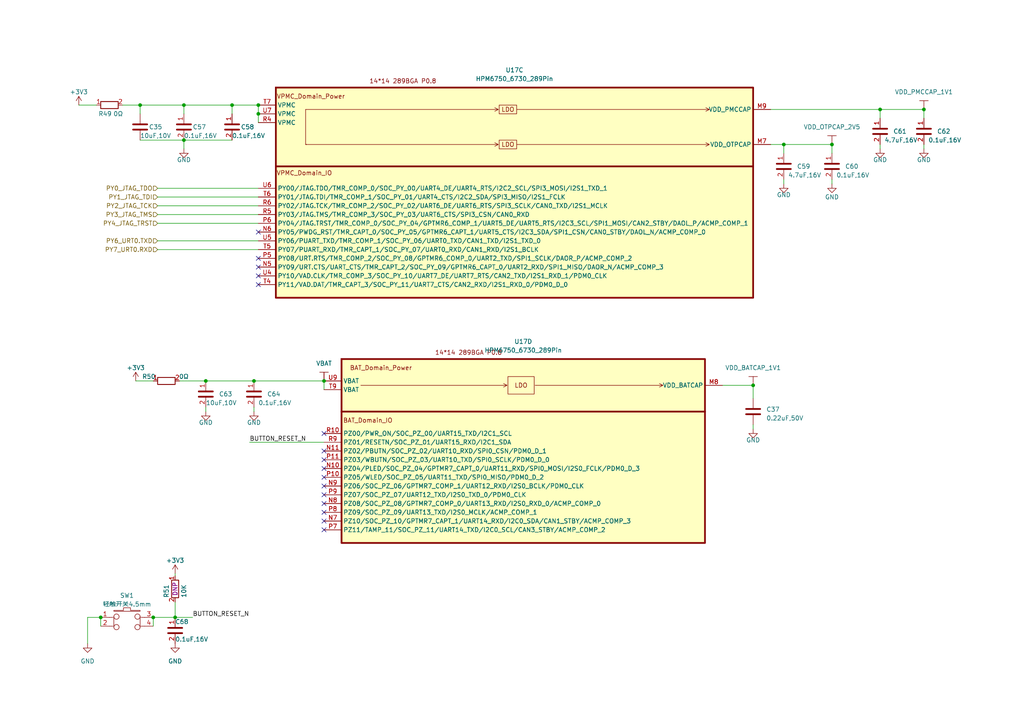
<source format=kicad_sch>
(kicad_sch (version 20230121) (generator eeschema)
  (paper "A4")
  (junction (at 53.34 30.48))
  (junction (at 218.44 111.76))
  (junction (at 255.27 31.75))
  (junction (at 29.21 179.07))
  (junction (at 267.97 31.75))
  (junction (at 67.31 30.48))
  (junction (at 59.69 110.49))
  (junction (at 241.3 41.91))
  (junction (at 74.93 33.02))
  (junction (at 73.66 110.49))
  (junction (at 227.33 41.91))
  (junction (at 74.93 30.48))
  (junction (at 44.45 179.07))
  (junction (at 53.34 40.64))
  (junction (at 50.8 179.07))
  (junction (at 40.64 30.48))
  (junction (at 93.98 110.49))
  (no_connect (at 93.98 138.43))
  (no_connect (at 74.93 77.47))
  (no_connect (at 93.98 125.73))
  (no_connect (at 93.98 146.05))
  (no_connect (at 74.93 82.55))
  (no_connect (at 74.93 67.31))
  (no_connect (at 93.98 140.97))
  (no_connect (at 93.98 151.13))
  (no_connect (at 74.93 80.01))
  (no_connect (at 93.98 135.89))
  (no_connect (at 93.98 153.67))
  (no_connect (at 74.93 74.93))
  (no_connect (at 93.98 133.35))
  (no_connect (at 93.98 148.59))
  (no_connect (at 93.98 143.51))
  (no_connect (at 93.98 130.81))
  (wire (pts (xy 40.64 40.64) (xy 53.34 40.64)))
  (wire (pts (xy 45.72 54.61) (xy 74.93 54.61)))
  (wire (pts (xy 53.34 40.64) (xy 53.34 43.18)))
  (wire (pts (xy 29.21 179.07) (xy 29.21 181.61)))
  (wire (pts (xy 241.3 52.07) (xy 241.3 53.34)))
  (wire (pts (xy 22.86 30.48) (xy 27.94 30.48)))
  (wire (pts (xy 25.4 179.07) (xy 25.4 186.69)))
  (wire (pts (xy 73.66 118.11) (xy 73.66 119.38)))
  (wire (pts (xy 255.27 41.91) (xy 255.27 43.18)))
  (wire (pts (xy 223.52 31.75) (xy 255.27 31.75)))
  (wire (pts (xy 45.72 72.39) (xy 74.93 72.39)))
  (wire (pts (xy 223.52 41.91) (xy 227.33 41.91)))
  (wire (pts (xy 72.39 128.27) (xy 93.98 128.27)))
  (wire (pts (xy 53.34 30.48) (xy 67.31 30.48)))
  (wire (pts (xy 45.72 62.23) (xy 74.93 62.23)))
  (wire (pts (xy 209.55 111.76) (xy 218.44 111.76)))
  (wire (pts (xy 241.3 44.45) (xy 241.3 41.91)))
  (wire (pts (xy 44.45 179.07) (xy 44.45 181.61)))
  (wire (pts (xy 59.69 118.11) (xy 59.69 119.38)))
  (wire (pts (xy 45.72 59.69) (xy 74.93 59.69)))
  (wire (pts (xy 53.34 30.48) (xy 53.34 33.02)))
  (wire (pts (xy 67.31 30.48) (xy 74.93 30.48)))
  (wire (pts (xy 255.27 31.75) (xy 267.97 31.75)))
  (wire (pts (xy 74.93 33.02) (xy 74.93 35.56)))
  (wire (pts (xy 25.4 179.07) (xy 29.21 179.07)))
  (wire (pts (xy 50.8 174.625) (xy 50.8 179.07)))
  (wire (pts (xy 74.93 30.48) (xy 74.93 33.02)))
  (wire (pts (xy 59.69 110.49) (xy 73.66 110.49)))
  (wire (pts (xy 218.44 123.19) (xy 218.44 124.46)))
  (wire (pts (xy 73.66 110.49) (xy 93.98 110.49)))
  (wire (pts (xy 39.37 110.49) (xy 44.45 110.49)))
  (wire (pts (xy 218.44 111.76) (xy 218.44 115.57)))
  (wire (pts (xy 40.64 30.48) (xy 53.34 30.48)))
  (wire (pts (xy 93.98 110.49) (xy 93.98 113.03)))
  (wire (pts (xy 227.33 41.91) (xy 227.33 44.45)))
  (wire (pts (xy 45.72 57.15) (xy 74.93 57.15)))
  (wire (pts (xy 44.45 179.07) (xy 50.8 179.07)))
  (wire (pts (xy 45.72 69.85) (xy 74.93 69.85)))
  (wire (pts (xy 267.97 31.75) (xy 267.97 34.29)))
  (wire (pts (xy 67.31 40.64) (xy 53.34 40.64)))
  (wire (pts (xy 52.07 110.49) (xy 59.69 110.49)))
  (wire (pts (xy 227.33 52.07) (xy 227.33 53.34)))
  (wire (pts (xy 50.8 166.37) (xy 50.8 167.005)))
  (wire (pts (xy 50.8 179.07) (xy 55.88 179.07)))
  (wire (pts (xy 40.64 30.48) (xy 40.64 33.02)))
  (wire (pts (xy 255.27 31.75) (xy 255.27 34.29)))
  (wire (pts (xy 67.31 30.48) (xy 67.31 33.02)))
  (wire (pts (xy 267.97 41.91) (xy 267.97 43.18)))
  (wire (pts (xy 35.56 30.48) (xy 40.64 30.48)))
  (wire (pts (xy 45.72 64.77) (xy 74.93 64.77)))
  (wire (pts (xy 227.33 41.91) (xy 241.3 41.91)))
  (label "BUTTON_RESET_N" (at 55.88 179.07 0))
  (label "BUTTON_RESET_N" (at 72.39 128.27 0))
  (hierarchical_label "PY6_URT0.TXD" (shape input) (at 45.72 69.85 180))
  (hierarchical_label "PY3_JTAG_TMS" (shape input) (at 45.72 62.23 180))
  (hierarchical_label "PY2_JTAG_TCK" (shape input) (at 45.72 59.69 180))
  (hierarchical_label "PY4_JTAG_TRST" (shape input) (at 45.72 64.77 180))
  (hierarchical_label "PY7_URT0.RXD" (shape input) (at 45.72 72.39 180))
  (hierarchical_label "PY0_JTAG_TDO" (shape input) (at 45.72 54.61 180))
  (hierarchical_label "PY1_JTAG_TDI" (shape input) (at 45.72 57.15 180))
  (symbol (lib_name "VDD_PMCCAP_1V1_1") (lib_id "hpm_power:VDD_PMCCAP_1V1") (at 267.97 31.75 0) (unit 1) (in_bom no) (on_board no)
    (property "Reference" "#PWR0121" (effects hide))
    (property "Value" "VDD_PMCCAP_1V1" (at 267.97 26.67 0))
    (instances (project "HPM6750_ADC_EVK_RevA" (path "" (reference "#PWR0121") (unit 1))) (project "EVK_REVC" (path "" (reference "#PWR0162") (unit 1))))
  )
  (symbol (lib_name "0Ω_1") (lib_id "02_HPM_Resis:0Ω") (at 31.75 30.48 0) (unit 1)
    (property "Reference" "R49" (at 30.48 33.02 0))
    (property "Value" "0Ω" (at 34.29 33.02 0))
    (property "Footprint" "02_HPM_Resis:R_0603_1608Metric" (effects hide))
    (instances (project "HPM6750_ADC_EVK_RevA" (path "" (reference "R49") (unit 1))) (project "EVK_REVC" (path "" (reference "R446") (unit 1))))
  )
  (symbol (lib_id "03_HPM_CAP:10uF,10V") (at 40.64 36.83 0) (unit 1)
    (property "Reference" "C35" (at 43.18 36.83 0) (effects (justify left)))
    (property "Value" "10uF,10V" (at 40.64 39.37 0) (effects (justify left)))
    (property "Footprint" "03_HPM_CAP:C_0402_1005Metric" (effects hide))
    (instances (project "HPM6750_ADC_EVK_RevA" (path "" (reference "C35") (unit 1)) (path "" (reference "C67") (unit 1))))
  )
  (symbol (lib_id "power:GND") (at 73.66 119.38 0) (unit 1)
    (property "Reference" "#PWR0125" (effects hide))
    (property "Value" "GND" (at 73.66 122.555 0))
    (instances (project "HPM6750_ADC_EVK_RevA" (path "" (reference "#PWR0125") (unit 1))) (project "EVK_REVC" (path "" (reference "#PWR0170") (unit 1))))
  )
  (symbol (lib_id "power:GND") (at 50.8 186.69 0) (unit 1)
    (property "Reference" "#PWR0132" (effects hide))
    (property "Value" "GND" (at 50.8 191.77 0))
    (instances (project "HPM6750_ADC_EVK_RevA" (path "" (reference "#PWR0132") (unit 1))) (project "EVK_REVC" (path "" (reference "#PWR0205") (unit 1))))
  )
  (symbol (lib_id "power:GND") (at 218.44 124.46 0) (unit 1)
    (property "Reference" "#PWR0127" (effects hide))
    (property "Value" "GND" (at 218.44 127.635 0))
    (instances (project "HPM6750_ADC_EVK_RevA" (path "" (reference "#PWR0127") (unit 1))) (project "EVK_REVC" (path "" (reference "#PWR0171") (unit 1))))
  )
  (symbol (lib_id "power:GND") (at 241.3 53.34 0) (unit 1)
    (property "Reference" "#PWR0119" (effects hide))
    (property "Value" "GND" (at 241.3 57.15 0))
    (instances (project "HPM6750_ADC_EVK_RevA" (path "" (reference "#PWR0119") (unit 1))) (project "EVK_REVC" (path "" (reference "#PWR0160") (unit 1))))
  )
  (symbol (lib_id "03_HPM_CAP:10uF,16V") (at 59.69 114.3 0) (unit 1)
    (property "Reference" "C63" (at 63.5 114.3 0) (effects (justify left)))
    (property "Value" "10uF,10V" (at 59.69 116.84 0) (effects (justify left)))
    (property "Footprint" "03_HPM_CAP:C_0402_1005Metric" (effects hide))
    (instances (project "HPM6750_ADC_EVK_RevA" (path "" (reference "C63") (unit 1))) (project "EVK_REVC" (path "" (reference "C30") (unit 1))))
  )
  (symbol (lib_id "power:+3V3") (at 50.8 166.37 0) (unit 1)
    (property "Reference" "#PWR049" (effects hide))
    (property "Value" "+3V3" (at 50.8 162.56 0))
    (instances (project "HPM6750_ADC_EVK_RevA" (path "" (reference "#PWR049") (unit 1)) (path "" (reference "#PWR0131") (unit 1))))
  )
  (symbol (lib_id "hpm_power:VBAT") (at 93.98 110.49 0) (unit 1) (in_bom no) (on_board no)
    (property "Reference" "#PWR0126" (effects hide))
    (property "Value" "VBAT" (at 93.98 105.41 0))
    (instances (project "HPM6750_ADC_EVK_RevA" (path "" (reference "#PWR0126") (unit 1))) (project "EVK_REVC" (path "" (reference "#PWR0167") (unit 1))))
  )
  (symbol (lib_id "03_HPM_CAP:0.1uF,16V") (at 73.66 114.3 0) (unit 1)
    (property "Reference" "C64" (at 77.47 114.3 0) (effects (justify left)))
    (property "Value" "0.1uF,16V" (at 74.93 116.84 0) (effects (justify left)))
    (property "Footprint" "03_HPM_CAP:C_0402_1005Metric" (effects hide))
    (instances (project "HPM6750_ADC_EVK_RevA" (path "" (reference "C64") (unit 1))) (project "EVK_REVC" (path "" (reference "C31") (unit 1))))
  )
  (symbol (lib_id "02_HPM_Resis:0Ω") (at 48.26 110.49 0) (unit 1)
    (property "Reference" "R50" (at 43.18 109.22 0))
    (property "Value" "0Ω" (at 53.34 109.22 0))
    (property "Footprint" "02_HPM_Resis:R_0402_1005Metric" (effects hide))
    (instances (project "HPM6750_ADC_EVK_RevA" (path "" (reference "R50") (unit 1))) (project "EVK_REVC" (path "" (reference "R447") (unit 1))))
  )
  (symbol (lib_name "0.1uF,16V_2") (lib_id "03_HPM_CAP:0.1uF,16V") (at 67.31 36.83 0) (unit 1)
    (property "Reference" "C58" (at 69.85 36.83 0) (effects (justify left)))
    (property "Value" "0.1uF,16V" (at 67.31 39.37 0) (effects (justify left)))
    (property "Footprint" "03_HPM_CAP:C_0402_1005Metric" (effects hide))
    (instances (project "HPM6750_ADC_EVK_RevA" (path "" (reference "C58") (unit 1))) (project "EVK_REVC" (path "" (reference "C38") (unit 1))))
  )
  (symbol (lib_id "0_HPM6000_Library:HPM6750_6730_289Pin") (at 99.06 104.14 0) (unit 4)
    (property "Reference" "U17" (at 151.765 99.06 0))
    (property "Value" "HPM6750_6730_289Pin" (at 151.765 101.6 0))
    (property "Footprint" "0_HPM6000_Library:BGA-289_17x17_14.0x14.0mm" (effects hide))
  )
  (symbol (lib_id "power:+3V3") (at 39.37 110.49 0) (unit 1)
    (property "Reference" "#PWR049" (effects hide))
    (property "Value" "+3V3" (at 39.37 106.68 0))
    (instances (project "HPM6750_ADC_EVK_RevA" (path "" (reference "#PWR049") (unit 1)) (path "" (reference "#PWR0123") (unit 1))))
  )
  (symbol (lib_name "4.7uF,10V_1") (lib_id "03_HPM_CAP:4.7uF,10V") (at 227.33 48.26 0) (unit 1)
    (property "Reference" "C59" (at 231.14 48.26 0) (effects (justify left)))
    (property "Value" "4.7uF,16V" (at 228.6 50.8 0) (effects (justify left)))
    (property "Footprint" "03_HPM_CAP:C_0402_1005Metric" (effects hide))
    (instances (project "HPM6750_ADC_EVK_RevA" (path "" (reference "C59") (unit 1))) (project "EVK_REVC" (path "" (reference "C41") (unit 1))))
  )
  (symbol (lib_id "power:GND") (at 59.69 119.38 0) (unit 1)
    (property "Reference" "#PWR0124" (effects hide))
    (property "Value" "GND" (at 59.69 122.555 0))
    (instances (project "HPM6750_ADC_EVK_RevA" (path "" (reference "#PWR0124") (unit 1))) (project "EVK_REVC" (path "" (reference "#PWR0169") (unit 1))))
  )
  (symbol (lib_id "hpm_power:VDD_OTPCAP_2V5") (at 241.3 41.91 0) (unit 1) (in_bom no) (on_board no)
    (property "Reference" "#PWR0118" (effects hide))
    (property "Value" "VDD_OTPCAP_2V5" (at 241.3 36.83 0))
    (instances (project "HPM6750_ADC_EVK_RevA" (path "" (reference "#PWR0118") (unit 1))) (project "EVK_REVC" (path "" (reference "#PWR0164") (unit 1))))
  )
  (symbol (lib_name "0.1uF,16V_3") (lib_id "03_HPM_CAP:0.1uF,16V") (at 241.3 48.26 0) (unit 1)
    (property "Reference" "C60" (at 245.11 48.26 0) (effects (justify left)))
    (property "Value" "0.1uF,16V" (at 242.57 50.8 0) (effects (justify left)))
    (property "Footprint" "03_HPM_CAP:C_0402_1005Metric" (effects hide))
    (instances (project "HPM6750_ADC_EVK_RevA" (path "" (reference "C60") (unit 1))) (project "EVK_REVC" (path "" (reference "C42") (unit 1))))
  )
  (symbol (lib_name "0.1uF,16V_1") (lib_id "03_HPM_CAP:0.1uF,16V") (at 53.34 36.83 0) (unit 1)
    (property "Reference" "C57" (at 55.88 36.83 0) (effects (justify left)))
    (property "Value" "0.1uF,16V" (at 53.34 39.37 0) (effects (justify left)))
    (property "Footprint" "03_HPM_CAP:C_0402_1005Metric" (effects hide))
    (instances (project "HPM6750_ADC_EVK_RevA" (path "" (reference "C57") (unit 1))) (project "EVK_REVC" (path "" (reference "C37") (unit 1))))
  )
  (symbol (lib_id "03_HPM_CAP:4.7uF,10V") (at 255.27 38.1 0) (unit 1)
    (property "Reference" "C61" (at 259.08 38.1 0) (effects (justify left)))
    (property "Value" "4.7uF,16V" (at 256.54 40.64 0) (effects (justify left)))
    (property "Footprint" "03_HPM_CAP:C_0402_1005Metric" (effects hide))
    (instances (project "HPM6750_ADC_EVK_RevA" (path "" (reference "C61") (unit 1))) (project "EVK_REVC" (path "" (reference "C39") (unit 1))))
  )
  (symbol (lib_id "power:+3V3") (at 22.86 30.48 0) (unit 1)
    (property "Reference" "#PWR049" (effects hide))
    (property "Value" "+3V3" (at 22.86 26.67 0))
    (instances (project "HPM6750_ADC_EVK_RevA" (path "" (reference "#PWR049") (unit 1)) (path "" (reference "#PWR0115") (unit 1))))
  )
  (symbol (lib_id "hpm_power:VDD_PMCCAP_1V1") (at 218.44 111.76 0) (unit 1) (in_bom no) (on_board no)
    (property "Reference" "#PWR0128" (effects hide))
    (property "Value" "VDD_BATCAP_1V1" (at 218.44 106.68 0))
    (instances (project "HPM6750_ADC_EVK_RevA" (path "" (reference "#PWR0128") (unit 1))) (project "EVK_REVC" (path "" (reference "#PWR0165") (unit 1))))
  )
  (symbol (lib_name "0.1uF,16V_4") (lib_id "03_HPM_CAP:0.1uF,16V") (at 267.97 38.1 0) (unit 1)
    (property "Reference" "C62" (at 271.78 38.1 0) (effects (justify left)))
    (property "Value" "0.1uF,16V" (at 269.24 40.64 0) (effects (justify left)))
    (property "Footprint" "03_HPM_CAP:C_0402_1005Metric" (effects hide))
    (instances (project "HPM6750_ADC_EVK_RevA" (path "" (reference "C62") (unit 1))) (project "EVK_REVC" (path "" (reference "C40") (unit 1))))
  )
  (symbol (lib_id "power:GND") (at 25.4 186.69 0) (unit 1)
    (property "Reference" "#PWR0130" (effects hide))
    (property "Value" "GND" (at 25.4 191.77 0))
    (instances (project "HPM6750_ADC_EVK_RevA" (path "" (reference "#PWR0130") (unit 1))) (project "EVK_REVC" (path "" (reference "#PWR0206") (unit 1))))
  )
  (symbol (lib_id "03_HPM_CAP:0.22uF,50V") (at 218.44 119.38 0) (unit 1)
    (property "Reference" "C37" (at 222.25 118.745 0) (effects (justify left)))
    (property "Value" "0.22uF,50V" (at 222.25 121.285 0) (effects (justify left)))
    (property "Footprint" "03_HPM_CAP:C_0402_1005Metric" (effects hide))
  )
  (symbol (lib_id "power:GND") (at 53.34 43.18 0) (unit 1)
    (property "Reference" "#PWR0116" (effects hide))
    (property "Value" "GND" (at 53.34 46.355 0))
    (instances (project "HPM6750_ADC_EVK_RevA" (path "" (reference "#PWR0116") (unit 1))) (project "EVK_REVC" (path "" (reference "#PWR0168") (unit 1))))
  )
  (symbol (lib_id "05_HPM_Conn:轻触开关6.2mm*6.2mm") (at 36.83 179.07 0) (unit 1)
    (property "Reference" "SW1" (at 36.83 172.72 0))
    (property "Value" "轻触开关4.5mm" (at 36.83 175.26 0))
    (property "Footprint" "05_HPM_Conn:KEY-SMD_4P-L4.5-W4.5" (effects hide))
    (property "SuppliersPartNumber" "C221747" (effects hide))
  )
  (symbol (lib_id "power:GND") (at 267.97 43.18 0) (unit 1)
    (property "Reference" "#PWR0122" (effects hide))
    (property "Value" "GND" (at 267.97 46.355 0))
    (instances (project "HPM6750_ADC_EVK_RevA" (path "" (reference "#PWR0122") (unit 1))) (project "EVK_REVC" (path "" (reference "#PWR0163") (unit 1))))
  )
  (symbol (lib_id "03_HPM_CAP:0.1uF,16V") (at 50.8 182.88 0) (unit 1)
    (property "Reference" "C68" (at 50.8 180.34 0) (effects (justify left)))
    (property "Value" "0.1uF,16V" (at 50.8 185.42 0) (effects (justify left)))
    (property "Footprint" "03_HPM_CAP:C_0402_1005Metric" (effects hide))
    (instances (project "HPM6750_ADC_EVK_RevA" (path "" (reference "C68") (unit 1))) (project "EVK_REVC" (path "" (reference "C36") (unit 1))))
  )
  (symbol (lib_id "power:GND") (at 255.27 43.18 0) (unit 1)
    (property "Reference" "#PWR0120" (effects hide))
    (property "Value" "GND" (at 255.27 46.355 0))
    (instances (project "HPM6750_ADC_EVK_RevA" (path "" (reference "#PWR0120") (unit 1))) (project "EVK_REVC" (path "" (reference "#PWR0159") (unit 1))))
  )
  (symbol (lib_id "02_HPM_Resis:0Ω") (at 50.8 170.815 270) (unit 1)
    (property "Reference" "R51" (at 48.26 171.45 0))
    (property "Value" "10K" (at 53.34 171.45 0))
    (property "Footprint" "02_HPM_Resis:R_0402_1005Metric" (effects hide))
    (property "DNP" "DNP" (at 50.8 170.815 0))
    (instances (project "HPM6750_ADC_EVK_RevA" (path "" (reference "R51") (unit 1))) (project "EVK_REVC" (path "" (reference "R10") (unit 1))))
  )
  (symbol (lib_id "0_HPM6000_Library:HPM6750_6730_289Pin") (at 80.01 25.4 0) (unit 3)
    (property "Reference" "U17" (at 149.225 20.32 0))
    (property "Value" "HPM6750_6730_289Pin" (at 149.225 22.86 0))
    (property "Footprint" "0_HPM6000_Library:BGA-289_17x17_14.0x14.0mm" (effects hide))
  )
  (symbol (lib_id "power:GND") (at 227.33 53.34 0) (unit 1)
    (property "Reference" "#PWR0117" (effects hide))
    (property "Value" "GND" (at 227.33 56.515 0))
    (instances (project "HPM6750_ADC_EVK_RevA" (path "" (reference "#PWR0117") (unit 1))) (project "EVK_REVC" (path "" (reference "#PWR0161") (unit 1))))
  )
)
</source>
